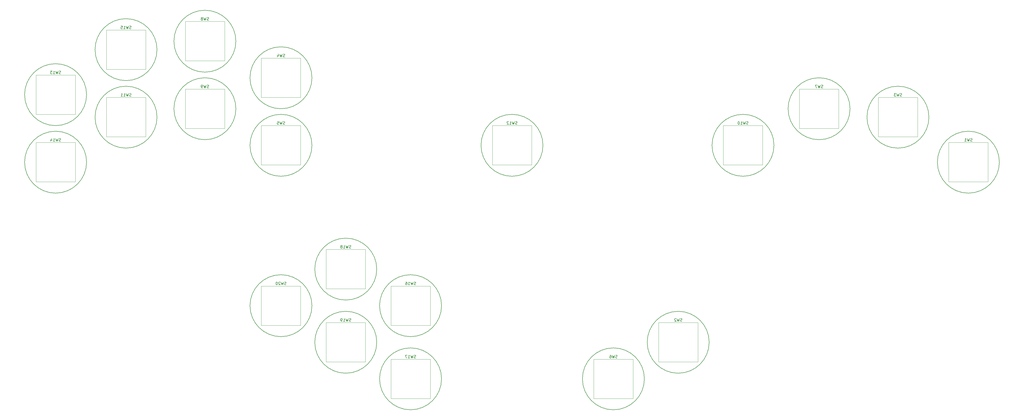
<source format=gbr>
%TF.GenerationSoftware,KiCad,Pcbnew,(6.0.0)*%
%TF.CreationDate,2022-09-18T23:58:15-04:00*%
%TF.ProjectId,SergioPico,53657267-696f-4506-9963-6f2e6b696361,rev?*%
%TF.SameCoordinates,Original*%
%TF.FileFunction,Legend,Bot*%
%TF.FilePolarity,Positive*%
%FSLAX46Y46*%
G04 Gerber Fmt 4.6, Leading zero omitted, Abs format (unit mm)*
G04 Created by KiCad (PCBNEW (6.0.0)) date 2022-09-18 23:58:15*
%MOMM*%
%LPD*%
G01*
G04 APERTURE LIST*
%ADD10C,0.150000*%
%ADD11C,0.120000*%
G04 APERTURE END LIST*
D10*
X175000000Y-142000000D02*
G75*
G03*
X175000000Y-142000000I-11000000J0D01*
G01*
X102000000Y-48000000D02*
G75*
G03*
X102000000Y-48000000I-11000000J0D01*
G01*
X74000000Y-51000000D02*
G75*
G03*
X74000000Y-51000000I-11000000J0D01*
G01*
X102000000Y-72000000D02*
G75*
G03*
X102000000Y-72000000I-11000000J0D01*
G01*
X129000000Y-85000000D02*
G75*
G03*
X129000000Y-85000000I-11000000J0D01*
G01*
X74000000Y-75000000D02*
G75*
G03*
X74000000Y-75000000I-11000000J0D01*
G01*
X320000000Y-72000000D02*
G75*
G03*
X320000000Y-72000000I-11000000J0D01*
G01*
X270000000Y-155000000D02*
G75*
G03*
X270000000Y-155000000I-11000000J0D01*
G01*
X373000000Y-91000000D02*
G75*
G03*
X373000000Y-91000000I-11000000J0D01*
G01*
X49000000Y-67000000D02*
G75*
G03*
X49000000Y-67000000I-11000000J0D01*
G01*
X152000000Y-155000000D02*
G75*
G03*
X152000000Y-155000000I-11000000J0D01*
G01*
X152000000Y-129000000D02*
G75*
G03*
X152000000Y-129000000I-11000000J0D01*
G01*
X348000000Y-75000000D02*
G75*
G03*
X348000000Y-75000000I-11000000J0D01*
G01*
X129000000Y-61000000D02*
G75*
G03*
X129000000Y-61000000I-11000000J0D01*
G01*
X247000000Y-168000000D02*
G75*
G03*
X247000000Y-168000000I-11000000J0D01*
G01*
X175000000Y-168000000D02*
G75*
G03*
X175000000Y-168000000I-11000000J0D01*
G01*
X211000000Y-85000000D02*
G75*
G03*
X211000000Y-85000000I-11000000J0D01*
G01*
X49000000Y-91000000D02*
G75*
G03*
X49000000Y-91000000I-11000000J0D01*
G01*
X129000000Y-142000000D02*
G75*
G03*
X129000000Y-142000000I-11000000J0D01*
G01*
X293000000Y-85000000D02*
G75*
G03*
X293000000Y-85000000I-11000000J0D01*
G01*
%TO.C,SW2*%
X260333333Y-147530761D02*
X260190476Y-147578380D01*
X259952380Y-147578380D01*
X259857142Y-147530761D01*
X259809523Y-147483142D01*
X259761904Y-147387904D01*
X259761904Y-147292666D01*
X259809523Y-147197428D01*
X259857142Y-147149809D01*
X259952380Y-147102190D01*
X260142857Y-147054571D01*
X260238095Y-147006952D01*
X260285714Y-146959333D01*
X260333333Y-146864095D01*
X260333333Y-146768857D01*
X260285714Y-146673619D01*
X260238095Y-146626000D01*
X260142857Y-146578380D01*
X259904761Y-146578380D01*
X259761904Y-146626000D01*
X259428571Y-146578380D02*
X259190476Y-147578380D01*
X259000000Y-146864095D01*
X258809523Y-147578380D01*
X258571428Y-146578380D01*
X258238095Y-146673619D02*
X258190476Y-146626000D01*
X258095238Y-146578380D01*
X257857142Y-146578380D01*
X257761904Y-146626000D01*
X257714285Y-146673619D01*
X257666666Y-146768857D01*
X257666666Y-146864095D01*
X257714285Y-147006952D01*
X258285714Y-147578380D01*
X257666666Y-147578380D01*
%TO.C,SW20*%
X119809523Y-134530761D02*
X119666666Y-134578380D01*
X119428571Y-134578380D01*
X119333333Y-134530761D01*
X119285714Y-134483142D01*
X119238095Y-134387904D01*
X119238095Y-134292666D01*
X119285714Y-134197428D01*
X119333333Y-134149809D01*
X119428571Y-134102190D01*
X119619047Y-134054571D01*
X119714285Y-134006952D01*
X119761904Y-133959333D01*
X119809523Y-133864095D01*
X119809523Y-133768857D01*
X119761904Y-133673619D01*
X119714285Y-133626000D01*
X119619047Y-133578380D01*
X119380952Y-133578380D01*
X119238095Y-133626000D01*
X118904761Y-133578380D02*
X118666666Y-134578380D01*
X118476190Y-133864095D01*
X118285714Y-134578380D01*
X118047619Y-133578380D01*
X117714285Y-133673619D02*
X117666666Y-133626000D01*
X117571428Y-133578380D01*
X117333333Y-133578380D01*
X117238095Y-133626000D01*
X117190476Y-133673619D01*
X117142857Y-133768857D01*
X117142857Y-133864095D01*
X117190476Y-134006952D01*
X117761904Y-134578380D01*
X117142857Y-134578380D01*
X116523809Y-133578380D02*
X116428571Y-133578380D01*
X116333333Y-133626000D01*
X116285714Y-133673619D01*
X116238095Y-133768857D01*
X116190476Y-133959333D01*
X116190476Y-134197428D01*
X116238095Y-134387904D01*
X116285714Y-134483142D01*
X116333333Y-134530761D01*
X116428571Y-134578380D01*
X116523809Y-134578380D01*
X116619047Y-134530761D01*
X116666666Y-134483142D01*
X116714285Y-134387904D01*
X116761904Y-134197428D01*
X116761904Y-133959333D01*
X116714285Y-133768857D01*
X116666666Y-133673619D01*
X116619047Y-133626000D01*
X116523809Y-133578380D01*
%TO.C,SW18*%
X142809523Y-121530761D02*
X142666666Y-121578380D01*
X142428571Y-121578380D01*
X142333333Y-121530761D01*
X142285714Y-121483142D01*
X142238095Y-121387904D01*
X142238095Y-121292666D01*
X142285714Y-121197428D01*
X142333333Y-121149809D01*
X142428571Y-121102190D01*
X142619047Y-121054571D01*
X142714285Y-121006952D01*
X142761904Y-120959333D01*
X142809523Y-120864095D01*
X142809523Y-120768857D01*
X142761904Y-120673619D01*
X142714285Y-120626000D01*
X142619047Y-120578380D01*
X142380952Y-120578380D01*
X142238095Y-120626000D01*
X141904761Y-120578380D02*
X141666666Y-121578380D01*
X141476190Y-120864095D01*
X141285714Y-121578380D01*
X141047619Y-120578380D01*
X140142857Y-121578380D02*
X140714285Y-121578380D01*
X140428571Y-121578380D02*
X140428571Y-120578380D01*
X140523809Y-120721238D01*
X140619047Y-120816476D01*
X140714285Y-120864095D01*
X139571428Y-121006952D02*
X139666666Y-120959333D01*
X139714285Y-120911714D01*
X139761904Y-120816476D01*
X139761904Y-120768857D01*
X139714285Y-120673619D01*
X139666666Y-120626000D01*
X139571428Y-120578380D01*
X139380952Y-120578380D01*
X139285714Y-120626000D01*
X139238095Y-120673619D01*
X139190476Y-120768857D01*
X139190476Y-120816476D01*
X139238095Y-120911714D01*
X139285714Y-120959333D01*
X139380952Y-121006952D01*
X139571428Y-121006952D01*
X139666666Y-121054571D01*
X139714285Y-121102190D01*
X139761904Y-121197428D01*
X139761904Y-121387904D01*
X139714285Y-121483142D01*
X139666666Y-121530761D01*
X139571428Y-121578380D01*
X139380952Y-121578380D01*
X139285714Y-121530761D01*
X139238095Y-121483142D01*
X139190476Y-121387904D01*
X139190476Y-121197428D01*
X139238095Y-121102190D01*
X139285714Y-121054571D01*
X139380952Y-121006952D01*
%TO.C,SW10*%
X283809523Y-77530761D02*
X283666666Y-77578380D01*
X283428571Y-77578380D01*
X283333333Y-77530761D01*
X283285714Y-77483142D01*
X283238095Y-77387904D01*
X283238095Y-77292666D01*
X283285714Y-77197428D01*
X283333333Y-77149809D01*
X283428571Y-77102190D01*
X283619047Y-77054571D01*
X283714285Y-77006952D01*
X283761904Y-76959333D01*
X283809523Y-76864095D01*
X283809523Y-76768857D01*
X283761904Y-76673619D01*
X283714285Y-76626000D01*
X283619047Y-76578380D01*
X283380952Y-76578380D01*
X283238095Y-76626000D01*
X282904761Y-76578380D02*
X282666666Y-77578380D01*
X282476190Y-76864095D01*
X282285714Y-77578380D01*
X282047619Y-76578380D01*
X281142857Y-77578380D02*
X281714285Y-77578380D01*
X281428571Y-77578380D02*
X281428571Y-76578380D01*
X281523809Y-76721238D01*
X281619047Y-76816476D01*
X281714285Y-76864095D01*
X280523809Y-76578380D02*
X280428571Y-76578380D01*
X280333333Y-76626000D01*
X280285714Y-76673619D01*
X280238095Y-76768857D01*
X280190476Y-76959333D01*
X280190476Y-77197428D01*
X280238095Y-77387904D01*
X280285714Y-77483142D01*
X280333333Y-77530761D01*
X280428571Y-77578380D01*
X280523809Y-77578380D01*
X280619047Y-77530761D01*
X280666666Y-77483142D01*
X280714285Y-77387904D01*
X280761904Y-77197428D01*
X280761904Y-76959333D01*
X280714285Y-76768857D01*
X280666666Y-76673619D01*
X280619047Y-76626000D01*
X280523809Y-76578380D01*
%TO.C,SW3*%
X338333333Y-67530761D02*
X338190476Y-67578380D01*
X337952380Y-67578380D01*
X337857142Y-67530761D01*
X337809523Y-67483142D01*
X337761904Y-67387904D01*
X337761904Y-67292666D01*
X337809523Y-67197428D01*
X337857142Y-67149809D01*
X337952380Y-67102190D01*
X338142857Y-67054571D01*
X338238095Y-67006952D01*
X338285714Y-66959333D01*
X338333333Y-66864095D01*
X338333333Y-66768857D01*
X338285714Y-66673619D01*
X338238095Y-66626000D01*
X338142857Y-66578380D01*
X337904761Y-66578380D01*
X337761904Y-66626000D01*
X337428571Y-66578380D02*
X337190476Y-67578380D01*
X337000000Y-66864095D01*
X336809523Y-67578380D01*
X336571428Y-66578380D01*
X336285714Y-66578380D02*
X335666666Y-66578380D01*
X336000000Y-66959333D01*
X335857142Y-66959333D01*
X335761904Y-67006952D01*
X335714285Y-67054571D01*
X335666666Y-67149809D01*
X335666666Y-67387904D01*
X335714285Y-67483142D01*
X335761904Y-67530761D01*
X335857142Y-67578380D01*
X336142857Y-67578380D01*
X336238095Y-67530761D01*
X336285714Y-67483142D01*
%TO.C,SW15*%
X64809523Y-43530761D02*
X64666666Y-43578380D01*
X64428571Y-43578380D01*
X64333333Y-43530761D01*
X64285714Y-43483142D01*
X64238095Y-43387904D01*
X64238095Y-43292666D01*
X64285714Y-43197428D01*
X64333333Y-43149809D01*
X64428571Y-43102190D01*
X64619047Y-43054571D01*
X64714285Y-43006952D01*
X64761904Y-42959333D01*
X64809523Y-42864095D01*
X64809523Y-42768857D01*
X64761904Y-42673619D01*
X64714285Y-42626000D01*
X64619047Y-42578380D01*
X64380952Y-42578380D01*
X64238095Y-42626000D01*
X63904761Y-42578380D02*
X63666666Y-43578380D01*
X63476190Y-42864095D01*
X63285714Y-43578380D01*
X63047619Y-42578380D01*
X62142857Y-43578380D02*
X62714285Y-43578380D01*
X62428571Y-43578380D02*
X62428571Y-42578380D01*
X62523809Y-42721238D01*
X62619047Y-42816476D01*
X62714285Y-42864095D01*
X61238095Y-42578380D02*
X61714285Y-42578380D01*
X61761904Y-43054571D01*
X61714285Y-43006952D01*
X61619047Y-42959333D01*
X61380952Y-42959333D01*
X61285714Y-43006952D01*
X61238095Y-43054571D01*
X61190476Y-43149809D01*
X61190476Y-43387904D01*
X61238095Y-43483142D01*
X61285714Y-43530761D01*
X61380952Y-43578380D01*
X61619047Y-43578380D01*
X61714285Y-43530761D01*
X61761904Y-43483142D01*
%TO.C,SW4*%
X119333333Y-53530761D02*
X119190476Y-53578380D01*
X118952380Y-53578380D01*
X118857142Y-53530761D01*
X118809523Y-53483142D01*
X118761904Y-53387904D01*
X118761904Y-53292666D01*
X118809523Y-53197428D01*
X118857142Y-53149809D01*
X118952380Y-53102190D01*
X119142857Y-53054571D01*
X119238095Y-53006952D01*
X119285714Y-52959333D01*
X119333333Y-52864095D01*
X119333333Y-52768857D01*
X119285714Y-52673619D01*
X119238095Y-52626000D01*
X119142857Y-52578380D01*
X118904761Y-52578380D01*
X118761904Y-52626000D01*
X118428571Y-52578380D02*
X118190476Y-53578380D01*
X118000000Y-52864095D01*
X117809523Y-53578380D01*
X117571428Y-52578380D01*
X116761904Y-52911714D02*
X116761904Y-53578380D01*
X117000000Y-52530761D02*
X117238095Y-53245047D01*
X116619047Y-53245047D01*
%TO.C,SW19*%
X142809523Y-147530761D02*
X142666666Y-147578380D01*
X142428571Y-147578380D01*
X142333333Y-147530761D01*
X142285714Y-147483142D01*
X142238095Y-147387904D01*
X142238095Y-147292666D01*
X142285714Y-147197428D01*
X142333333Y-147149809D01*
X142428571Y-147102190D01*
X142619047Y-147054571D01*
X142714285Y-147006952D01*
X142761904Y-146959333D01*
X142809523Y-146864095D01*
X142809523Y-146768857D01*
X142761904Y-146673619D01*
X142714285Y-146626000D01*
X142619047Y-146578380D01*
X142380952Y-146578380D01*
X142238095Y-146626000D01*
X141904761Y-146578380D02*
X141666666Y-147578380D01*
X141476190Y-146864095D01*
X141285714Y-147578380D01*
X141047619Y-146578380D01*
X140142857Y-147578380D02*
X140714285Y-147578380D01*
X140428571Y-147578380D02*
X140428571Y-146578380D01*
X140523809Y-146721238D01*
X140619047Y-146816476D01*
X140714285Y-146864095D01*
X139666666Y-147578380D02*
X139476190Y-147578380D01*
X139380952Y-147530761D01*
X139333333Y-147483142D01*
X139238095Y-147340285D01*
X139190476Y-147149809D01*
X139190476Y-146768857D01*
X139238095Y-146673619D01*
X139285714Y-146626000D01*
X139380952Y-146578380D01*
X139571428Y-146578380D01*
X139666666Y-146626000D01*
X139714285Y-146673619D01*
X139761904Y-146768857D01*
X139761904Y-147006952D01*
X139714285Y-147102190D01*
X139666666Y-147149809D01*
X139571428Y-147197428D01*
X139380952Y-147197428D01*
X139285714Y-147149809D01*
X139238095Y-147102190D01*
X139190476Y-147006952D01*
%TO.C,SW5*%
X119333333Y-77530761D02*
X119190476Y-77578380D01*
X118952380Y-77578380D01*
X118857142Y-77530761D01*
X118809523Y-77483142D01*
X118761904Y-77387904D01*
X118761904Y-77292666D01*
X118809523Y-77197428D01*
X118857142Y-77149809D01*
X118952380Y-77102190D01*
X119142857Y-77054571D01*
X119238095Y-77006952D01*
X119285714Y-76959333D01*
X119333333Y-76864095D01*
X119333333Y-76768857D01*
X119285714Y-76673619D01*
X119238095Y-76626000D01*
X119142857Y-76578380D01*
X118904761Y-76578380D01*
X118761904Y-76626000D01*
X118428571Y-76578380D02*
X118190476Y-77578380D01*
X118000000Y-76864095D01*
X117809523Y-77578380D01*
X117571428Y-76578380D01*
X116714285Y-76578380D02*
X117190476Y-76578380D01*
X117238095Y-77054571D01*
X117190476Y-77006952D01*
X117095238Y-76959333D01*
X116857142Y-76959333D01*
X116761904Y-77006952D01*
X116714285Y-77054571D01*
X116666666Y-77149809D01*
X116666666Y-77387904D01*
X116714285Y-77483142D01*
X116761904Y-77530761D01*
X116857142Y-77578380D01*
X117095238Y-77578380D01*
X117190476Y-77530761D01*
X117238095Y-77483142D01*
%TO.C,SW11*%
X64809523Y-67530761D02*
X64666666Y-67578380D01*
X64428571Y-67578380D01*
X64333333Y-67530761D01*
X64285714Y-67483142D01*
X64238095Y-67387904D01*
X64238095Y-67292666D01*
X64285714Y-67197428D01*
X64333333Y-67149809D01*
X64428571Y-67102190D01*
X64619047Y-67054571D01*
X64714285Y-67006952D01*
X64761904Y-66959333D01*
X64809523Y-66864095D01*
X64809523Y-66768857D01*
X64761904Y-66673619D01*
X64714285Y-66626000D01*
X64619047Y-66578380D01*
X64380952Y-66578380D01*
X64238095Y-66626000D01*
X63904761Y-66578380D02*
X63666666Y-67578380D01*
X63476190Y-66864095D01*
X63285714Y-67578380D01*
X63047619Y-66578380D01*
X62142857Y-67578380D02*
X62714285Y-67578380D01*
X62428571Y-67578380D02*
X62428571Y-66578380D01*
X62523809Y-66721238D01*
X62619047Y-66816476D01*
X62714285Y-66864095D01*
X61190476Y-67578380D02*
X61761904Y-67578380D01*
X61476190Y-67578380D02*
X61476190Y-66578380D01*
X61571428Y-66721238D01*
X61666666Y-66816476D01*
X61761904Y-66864095D01*
%TO.C,SW1*%
X363333333Y-83530761D02*
X363190476Y-83578380D01*
X362952380Y-83578380D01*
X362857142Y-83530761D01*
X362809523Y-83483142D01*
X362761904Y-83387904D01*
X362761904Y-83292666D01*
X362809523Y-83197428D01*
X362857142Y-83149809D01*
X362952380Y-83102190D01*
X363142857Y-83054571D01*
X363238095Y-83006952D01*
X363285714Y-82959333D01*
X363333333Y-82864095D01*
X363333333Y-82768857D01*
X363285714Y-82673619D01*
X363238095Y-82626000D01*
X363142857Y-82578380D01*
X362904761Y-82578380D01*
X362761904Y-82626000D01*
X362428571Y-82578380D02*
X362190476Y-83578380D01*
X362000000Y-82864095D01*
X361809523Y-83578380D01*
X361571428Y-82578380D01*
X360666666Y-83578380D02*
X361238095Y-83578380D01*
X360952380Y-83578380D02*
X360952380Y-82578380D01*
X361047619Y-82721238D01*
X361142857Y-82816476D01*
X361238095Y-82864095D01*
%TO.C,SW13*%
X39809523Y-59530761D02*
X39666666Y-59578380D01*
X39428571Y-59578380D01*
X39333333Y-59530761D01*
X39285714Y-59483142D01*
X39238095Y-59387904D01*
X39238095Y-59292666D01*
X39285714Y-59197428D01*
X39333333Y-59149809D01*
X39428571Y-59102190D01*
X39619047Y-59054571D01*
X39714285Y-59006952D01*
X39761904Y-58959333D01*
X39809523Y-58864095D01*
X39809523Y-58768857D01*
X39761904Y-58673619D01*
X39714285Y-58626000D01*
X39619047Y-58578380D01*
X39380952Y-58578380D01*
X39238095Y-58626000D01*
X38904761Y-58578380D02*
X38666666Y-59578380D01*
X38476190Y-58864095D01*
X38285714Y-59578380D01*
X38047619Y-58578380D01*
X37142857Y-59578380D02*
X37714285Y-59578380D01*
X37428571Y-59578380D02*
X37428571Y-58578380D01*
X37523809Y-58721238D01*
X37619047Y-58816476D01*
X37714285Y-58864095D01*
X36809523Y-58578380D02*
X36190476Y-58578380D01*
X36523809Y-58959333D01*
X36380952Y-58959333D01*
X36285714Y-59006952D01*
X36238095Y-59054571D01*
X36190476Y-59149809D01*
X36190476Y-59387904D01*
X36238095Y-59483142D01*
X36285714Y-59530761D01*
X36380952Y-59578380D01*
X36666666Y-59578380D01*
X36761904Y-59530761D01*
X36809523Y-59483142D01*
%TO.C,SW12*%
X201809523Y-77530761D02*
X201666666Y-77578380D01*
X201428571Y-77578380D01*
X201333333Y-77530761D01*
X201285714Y-77483142D01*
X201238095Y-77387904D01*
X201238095Y-77292666D01*
X201285714Y-77197428D01*
X201333333Y-77149809D01*
X201428571Y-77102190D01*
X201619047Y-77054571D01*
X201714285Y-77006952D01*
X201761904Y-76959333D01*
X201809523Y-76864095D01*
X201809523Y-76768857D01*
X201761904Y-76673619D01*
X201714285Y-76626000D01*
X201619047Y-76578380D01*
X201380952Y-76578380D01*
X201238095Y-76626000D01*
X200904761Y-76578380D02*
X200666666Y-77578380D01*
X200476190Y-76864095D01*
X200285714Y-77578380D01*
X200047619Y-76578380D01*
X199142857Y-77578380D02*
X199714285Y-77578380D01*
X199428571Y-77578380D02*
X199428571Y-76578380D01*
X199523809Y-76721238D01*
X199619047Y-76816476D01*
X199714285Y-76864095D01*
X198761904Y-76673619D02*
X198714285Y-76626000D01*
X198619047Y-76578380D01*
X198380952Y-76578380D01*
X198285714Y-76626000D01*
X198238095Y-76673619D01*
X198190476Y-76768857D01*
X198190476Y-76864095D01*
X198238095Y-77006952D01*
X198809523Y-77578380D01*
X198190476Y-77578380D01*
%TO.C,SW9*%
X92333333Y-64530761D02*
X92190476Y-64578380D01*
X91952380Y-64578380D01*
X91857142Y-64530761D01*
X91809523Y-64483142D01*
X91761904Y-64387904D01*
X91761904Y-64292666D01*
X91809523Y-64197428D01*
X91857142Y-64149809D01*
X91952380Y-64102190D01*
X92142857Y-64054571D01*
X92238095Y-64006952D01*
X92285714Y-63959333D01*
X92333333Y-63864095D01*
X92333333Y-63768857D01*
X92285714Y-63673619D01*
X92238095Y-63626000D01*
X92142857Y-63578380D01*
X91904761Y-63578380D01*
X91761904Y-63626000D01*
X91428571Y-63578380D02*
X91190476Y-64578380D01*
X91000000Y-63864095D01*
X90809523Y-64578380D01*
X90571428Y-63578380D01*
X90142857Y-64578380D02*
X89952380Y-64578380D01*
X89857142Y-64530761D01*
X89809523Y-64483142D01*
X89714285Y-64340285D01*
X89666666Y-64149809D01*
X89666666Y-63768857D01*
X89714285Y-63673619D01*
X89761904Y-63626000D01*
X89857142Y-63578380D01*
X90047619Y-63578380D01*
X90142857Y-63626000D01*
X90190476Y-63673619D01*
X90238095Y-63768857D01*
X90238095Y-64006952D01*
X90190476Y-64102190D01*
X90142857Y-64149809D01*
X90047619Y-64197428D01*
X89857142Y-64197428D01*
X89761904Y-64149809D01*
X89714285Y-64102190D01*
X89666666Y-64006952D01*
%TO.C,SW6*%
X237333333Y-160530761D02*
X237190476Y-160578380D01*
X236952380Y-160578380D01*
X236857142Y-160530761D01*
X236809523Y-160483142D01*
X236761904Y-160387904D01*
X236761904Y-160292666D01*
X236809523Y-160197428D01*
X236857142Y-160149809D01*
X236952380Y-160102190D01*
X237142857Y-160054571D01*
X237238095Y-160006952D01*
X237285714Y-159959333D01*
X237333333Y-159864095D01*
X237333333Y-159768857D01*
X237285714Y-159673619D01*
X237238095Y-159626000D01*
X237142857Y-159578380D01*
X236904761Y-159578380D01*
X236761904Y-159626000D01*
X236428571Y-159578380D02*
X236190476Y-160578380D01*
X236000000Y-159864095D01*
X235809523Y-160578380D01*
X235571428Y-159578380D01*
X234761904Y-159578380D02*
X234952380Y-159578380D01*
X235047619Y-159626000D01*
X235095238Y-159673619D01*
X235190476Y-159816476D01*
X235238095Y-160006952D01*
X235238095Y-160387904D01*
X235190476Y-160483142D01*
X235142857Y-160530761D01*
X235047619Y-160578380D01*
X234857142Y-160578380D01*
X234761904Y-160530761D01*
X234714285Y-160483142D01*
X234666666Y-160387904D01*
X234666666Y-160149809D01*
X234714285Y-160054571D01*
X234761904Y-160006952D01*
X234857142Y-159959333D01*
X235047619Y-159959333D01*
X235142857Y-160006952D01*
X235190476Y-160054571D01*
X235238095Y-160149809D01*
%TO.C,SW17*%
X165809523Y-160530761D02*
X165666666Y-160578380D01*
X165428571Y-160578380D01*
X165333333Y-160530761D01*
X165285714Y-160483142D01*
X165238095Y-160387904D01*
X165238095Y-160292666D01*
X165285714Y-160197428D01*
X165333333Y-160149809D01*
X165428571Y-160102190D01*
X165619047Y-160054571D01*
X165714285Y-160006952D01*
X165761904Y-159959333D01*
X165809523Y-159864095D01*
X165809523Y-159768857D01*
X165761904Y-159673619D01*
X165714285Y-159626000D01*
X165619047Y-159578380D01*
X165380952Y-159578380D01*
X165238095Y-159626000D01*
X164904761Y-159578380D02*
X164666666Y-160578380D01*
X164476190Y-159864095D01*
X164285714Y-160578380D01*
X164047619Y-159578380D01*
X163142857Y-160578380D02*
X163714285Y-160578380D01*
X163428571Y-160578380D02*
X163428571Y-159578380D01*
X163523809Y-159721238D01*
X163619047Y-159816476D01*
X163714285Y-159864095D01*
X162809523Y-159578380D02*
X162142857Y-159578380D01*
X162571428Y-160578380D01*
%TO.C,SW8*%
X92333333Y-40530761D02*
X92190476Y-40578380D01*
X91952380Y-40578380D01*
X91857142Y-40530761D01*
X91809523Y-40483142D01*
X91761904Y-40387904D01*
X91761904Y-40292666D01*
X91809523Y-40197428D01*
X91857142Y-40149809D01*
X91952380Y-40102190D01*
X92142857Y-40054571D01*
X92238095Y-40006952D01*
X92285714Y-39959333D01*
X92333333Y-39864095D01*
X92333333Y-39768857D01*
X92285714Y-39673619D01*
X92238095Y-39626000D01*
X92142857Y-39578380D01*
X91904761Y-39578380D01*
X91761904Y-39626000D01*
X91428571Y-39578380D02*
X91190476Y-40578380D01*
X91000000Y-39864095D01*
X90809523Y-40578380D01*
X90571428Y-39578380D01*
X90047619Y-40006952D02*
X90142857Y-39959333D01*
X90190476Y-39911714D01*
X90238095Y-39816476D01*
X90238095Y-39768857D01*
X90190476Y-39673619D01*
X90142857Y-39626000D01*
X90047619Y-39578380D01*
X89857142Y-39578380D01*
X89761904Y-39626000D01*
X89714285Y-39673619D01*
X89666666Y-39768857D01*
X89666666Y-39816476D01*
X89714285Y-39911714D01*
X89761904Y-39959333D01*
X89857142Y-40006952D01*
X90047619Y-40006952D01*
X90142857Y-40054571D01*
X90190476Y-40102190D01*
X90238095Y-40197428D01*
X90238095Y-40387904D01*
X90190476Y-40483142D01*
X90142857Y-40530761D01*
X90047619Y-40578380D01*
X89857142Y-40578380D01*
X89761904Y-40530761D01*
X89714285Y-40483142D01*
X89666666Y-40387904D01*
X89666666Y-40197428D01*
X89714285Y-40102190D01*
X89761904Y-40054571D01*
X89857142Y-40006952D01*
%TO.C,SW16*%
X165809523Y-134530761D02*
X165666666Y-134578380D01*
X165428571Y-134578380D01*
X165333333Y-134530761D01*
X165285714Y-134483142D01*
X165238095Y-134387904D01*
X165238095Y-134292666D01*
X165285714Y-134197428D01*
X165333333Y-134149809D01*
X165428571Y-134102190D01*
X165619047Y-134054571D01*
X165714285Y-134006952D01*
X165761904Y-133959333D01*
X165809523Y-133864095D01*
X165809523Y-133768857D01*
X165761904Y-133673619D01*
X165714285Y-133626000D01*
X165619047Y-133578380D01*
X165380952Y-133578380D01*
X165238095Y-133626000D01*
X164904761Y-133578380D02*
X164666666Y-134578380D01*
X164476190Y-133864095D01*
X164285714Y-134578380D01*
X164047619Y-133578380D01*
X163142857Y-134578380D02*
X163714285Y-134578380D01*
X163428571Y-134578380D02*
X163428571Y-133578380D01*
X163523809Y-133721238D01*
X163619047Y-133816476D01*
X163714285Y-133864095D01*
X162285714Y-133578380D02*
X162476190Y-133578380D01*
X162571428Y-133626000D01*
X162619047Y-133673619D01*
X162714285Y-133816476D01*
X162761904Y-134006952D01*
X162761904Y-134387904D01*
X162714285Y-134483142D01*
X162666666Y-134530761D01*
X162571428Y-134578380D01*
X162380952Y-134578380D01*
X162285714Y-134530761D01*
X162238095Y-134483142D01*
X162190476Y-134387904D01*
X162190476Y-134149809D01*
X162238095Y-134054571D01*
X162285714Y-134006952D01*
X162380952Y-133959333D01*
X162571428Y-133959333D01*
X162666666Y-134006952D01*
X162714285Y-134054571D01*
X162761904Y-134149809D01*
%TO.C,SW7*%
X310333333Y-64530761D02*
X310190476Y-64578380D01*
X309952380Y-64578380D01*
X309857142Y-64530761D01*
X309809523Y-64483142D01*
X309761904Y-64387904D01*
X309761904Y-64292666D01*
X309809523Y-64197428D01*
X309857142Y-64149809D01*
X309952380Y-64102190D01*
X310142857Y-64054571D01*
X310238095Y-64006952D01*
X310285714Y-63959333D01*
X310333333Y-63864095D01*
X310333333Y-63768857D01*
X310285714Y-63673619D01*
X310238095Y-63626000D01*
X310142857Y-63578380D01*
X309904761Y-63578380D01*
X309761904Y-63626000D01*
X309428571Y-63578380D02*
X309190476Y-64578380D01*
X309000000Y-63864095D01*
X308809523Y-64578380D01*
X308571428Y-63578380D01*
X308285714Y-63578380D02*
X307619047Y-63578380D01*
X308047619Y-64578380D01*
%TO.C,SW14*%
X39809523Y-83530761D02*
X39666666Y-83578380D01*
X39428571Y-83578380D01*
X39333333Y-83530761D01*
X39285714Y-83483142D01*
X39238095Y-83387904D01*
X39238095Y-83292666D01*
X39285714Y-83197428D01*
X39333333Y-83149809D01*
X39428571Y-83102190D01*
X39619047Y-83054571D01*
X39714285Y-83006952D01*
X39761904Y-82959333D01*
X39809523Y-82864095D01*
X39809523Y-82768857D01*
X39761904Y-82673619D01*
X39714285Y-82626000D01*
X39619047Y-82578380D01*
X39380952Y-82578380D01*
X39238095Y-82626000D01*
X38904761Y-82578380D02*
X38666666Y-83578380D01*
X38476190Y-82864095D01*
X38285714Y-83578380D01*
X38047619Y-82578380D01*
X37142857Y-83578380D02*
X37714285Y-83578380D01*
X37428571Y-83578380D02*
X37428571Y-82578380D01*
X37523809Y-82721238D01*
X37619047Y-82816476D01*
X37714285Y-82864095D01*
X36285714Y-82911714D02*
X36285714Y-83578380D01*
X36523809Y-82530761D02*
X36761904Y-83245047D01*
X36142857Y-83245047D01*
D11*
%TO.C,SW2*%
X265985000Y-161985000D02*
X265985000Y-148015000D01*
X265985000Y-148015000D02*
X252015000Y-148015000D01*
X252015000Y-161985000D02*
X265985000Y-161985000D01*
X252015000Y-148015000D02*
X252015000Y-161985000D01*
%TO.C,SW20*%
X124985000Y-135015000D02*
X111015000Y-135015000D01*
X111015000Y-135015000D02*
X111015000Y-148985000D01*
X124985000Y-148985000D02*
X124985000Y-135015000D01*
X111015000Y-148985000D02*
X124985000Y-148985000D01*
%TO.C,SW18*%
X147985000Y-135985000D02*
X147985000Y-122015000D01*
X134015000Y-135985000D02*
X147985000Y-135985000D01*
X134015000Y-122015000D02*
X134015000Y-135985000D01*
X147985000Y-122015000D02*
X134015000Y-122015000D01*
%TO.C,SW10*%
X288985000Y-78015000D02*
X275015000Y-78015000D01*
X288985000Y-91985000D02*
X288985000Y-78015000D01*
X275015000Y-91985000D02*
X288985000Y-91985000D01*
X275015000Y-78015000D02*
X275015000Y-91985000D01*
%TO.C,SW3*%
X343985000Y-68015000D02*
X330015000Y-68015000D01*
X343985000Y-81985000D02*
X343985000Y-68015000D01*
X330015000Y-68015000D02*
X330015000Y-81985000D01*
X330015000Y-81985000D02*
X343985000Y-81985000D01*
%TO.C,SW15*%
X56015000Y-44015000D02*
X56015000Y-57985000D01*
X69985000Y-44015000D02*
X56015000Y-44015000D01*
X69985000Y-57985000D02*
X69985000Y-44015000D01*
X56015000Y-57985000D02*
X69985000Y-57985000D01*
%TO.C,SW4*%
X111015000Y-54015000D02*
X111015000Y-67985000D01*
X111015000Y-67985000D02*
X124985000Y-67985000D01*
X124985000Y-54015000D02*
X111015000Y-54015000D01*
X124985000Y-67985000D02*
X124985000Y-54015000D01*
%TO.C,SW19*%
X134015000Y-161985000D02*
X147985000Y-161985000D01*
X147985000Y-161985000D02*
X147985000Y-148015000D01*
X147985000Y-148015000D02*
X134015000Y-148015000D01*
X134015000Y-148015000D02*
X134015000Y-161985000D01*
%TO.C,SW5*%
X124985000Y-78015000D02*
X111015000Y-78015000D01*
X111015000Y-78015000D02*
X111015000Y-91985000D01*
X111015000Y-91985000D02*
X124985000Y-91985000D01*
X124985000Y-91985000D02*
X124985000Y-78015000D01*
%TO.C,SW11*%
X56015000Y-81985000D02*
X69985000Y-81985000D01*
X69985000Y-68015000D02*
X56015000Y-68015000D01*
X56015000Y-68015000D02*
X56015000Y-81985000D01*
X69985000Y-81985000D02*
X69985000Y-68015000D01*
%TO.C,SW1*%
X355015000Y-84015000D02*
X355015000Y-97985000D01*
X368985000Y-84015000D02*
X355015000Y-84015000D01*
X368985000Y-97985000D02*
X368985000Y-84015000D01*
X355015000Y-97985000D02*
X368985000Y-97985000D01*
%TO.C,SW13*%
X44985000Y-73985000D02*
X44985000Y-60015000D01*
X44985000Y-60015000D02*
X31015000Y-60015000D01*
X31015000Y-73985000D02*
X44985000Y-73985000D01*
X31015000Y-60015000D02*
X31015000Y-73985000D01*
%TO.C,SW12*%
X206985000Y-78015000D02*
X193015000Y-78015000D01*
X206985000Y-91985000D02*
X206985000Y-78015000D01*
X193015000Y-91985000D02*
X206985000Y-91985000D01*
X193015000Y-78015000D02*
X193015000Y-91985000D01*
%TO.C,SW9*%
X84015000Y-78985000D02*
X97985000Y-78985000D01*
X97985000Y-78985000D02*
X97985000Y-65015000D01*
X84015000Y-65015000D02*
X84015000Y-78985000D01*
X97985000Y-65015000D02*
X84015000Y-65015000D01*
%TO.C,SW6*%
X229015000Y-161015000D02*
X229015000Y-174985000D01*
X242985000Y-161015000D02*
X229015000Y-161015000D01*
X229015000Y-174985000D02*
X242985000Y-174985000D01*
X242985000Y-174985000D02*
X242985000Y-161015000D01*
%TO.C,SW17*%
X157015000Y-161015000D02*
X157015000Y-174985000D01*
X157015000Y-174985000D02*
X170985000Y-174985000D01*
X170985000Y-174985000D02*
X170985000Y-161015000D01*
X170985000Y-161015000D02*
X157015000Y-161015000D01*
%TO.C,SW8*%
X97985000Y-54985000D02*
X97985000Y-41015000D01*
X97985000Y-41015000D02*
X84015000Y-41015000D01*
X84015000Y-54985000D02*
X97985000Y-54985000D01*
X84015000Y-41015000D02*
X84015000Y-54985000D01*
%TO.C,SW16*%
X170985000Y-135015000D02*
X157015000Y-135015000D01*
X170985000Y-148985000D02*
X170985000Y-135015000D01*
X157015000Y-135015000D02*
X157015000Y-148985000D01*
X157015000Y-148985000D02*
X170985000Y-148985000D01*
%TO.C,SW7*%
X315985000Y-78985000D02*
X315985000Y-65015000D01*
X315985000Y-65015000D02*
X302015000Y-65015000D01*
X302015000Y-78985000D02*
X315985000Y-78985000D01*
X302015000Y-65015000D02*
X302015000Y-78985000D01*
%TO.C,SW14*%
X44985000Y-84015000D02*
X31015000Y-84015000D01*
X31015000Y-84015000D02*
X31015000Y-97985000D01*
X44985000Y-97985000D02*
X44985000Y-84015000D01*
X31015000Y-97985000D02*
X44985000Y-97985000D01*
%TD*%
M02*

</source>
